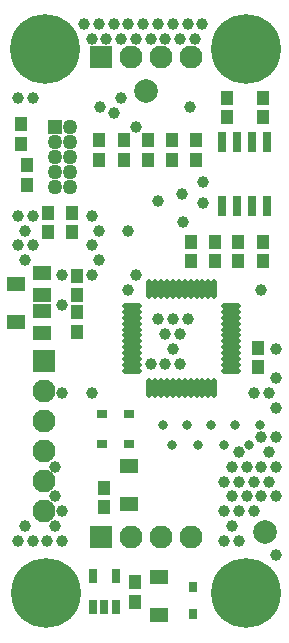
<source format=gbr>
G04*
G04 #@! TF.GenerationSoftware,Altium Limited,Altium Designer,24.5.2 (23)*
G04*
G04 Layer_Color=8388736*
%FSLAX25Y25*%
%MOIN*%
G70*
G04*
G04 #@! TF.SameCoordinates,31991F0E-98CA-4A4E-B794-B5AF52ABA4E1*
G04*
G04*
G04 #@! TF.FilePolarity,Negative*
G04*
G01*
G75*
%ADD27R,0.02762X0.03353*%
%ADD28R,0.03353X0.02762*%
%ADD29R,0.04337X0.04731*%
%ADD30R,0.02962X0.06702*%
G04:AMPARAMS|DCode=31|XSize=64.69mil|YSize=19.02mil|CornerRadius=5.38mil|HoleSize=0mil|Usage=FLASHONLY|Rotation=0.000|XOffset=0mil|YOffset=0mil|HoleType=Round|Shape=RoundedRectangle|*
%AMROUNDEDRECTD31*
21,1,0.06469,0.00827,0,0,0.0*
21,1,0.05394,0.01902,0,0,0.0*
1,1,0.01076,0.02697,-0.00413*
1,1,0.01076,-0.02697,-0.00413*
1,1,0.01076,-0.02697,0.00413*
1,1,0.01076,0.02697,0.00413*
%
%ADD31ROUNDEDRECTD31*%
G04:AMPARAMS|DCode=32|XSize=19.02mil|YSize=64.69mil|CornerRadius=5.38mil|HoleSize=0mil|Usage=FLASHONLY|Rotation=0.000|XOffset=0mil|YOffset=0mil|HoleType=Round|Shape=RoundedRectangle|*
%AMROUNDEDRECTD32*
21,1,0.01902,0.05394,0,0,0.0*
21,1,0.00827,0.06469,0,0,0.0*
1,1,0.01076,0.00413,-0.02697*
1,1,0.01076,-0.00413,-0.02697*
1,1,0.01076,-0.00413,0.02697*
1,1,0.01076,0.00413,0.02697*
%
%ADD32ROUNDEDRECTD32*%
%ADD33C,0.03162*%
%ADD34C,0.03950*%
%ADD35R,0.06112X0.04931*%
%ADD36R,0.02913X0.05079*%
%ADD37C,0.07874*%
%ADD38R,0.06312X0.04737*%
%ADD39C,0.23241*%
%ADD40R,0.07690X0.07690*%
%ADD41C,0.07690*%
%ADD42R,0.07690X0.07690*%
%ADD43C,0.05000*%
%ADD44R,0.05000X0.05000*%
D27*
X63200Y15831D02*
D03*
Y6769D02*
D03*
D28*
X41631Y63300D02*
D03*
X32569D02*
D03*
X41631Y73400D02*
D03*
X32569D02*
D03*
D29*
X74314Y178848D02*
D03*
Y172352D02*
D03*
X86286Y130748D02*
D03*
Y124252D02*
D03*
X70314Y130748D02*
D03*
Y124252D02*
D03*
X22721Y134009D02*
D03*
Y140505D02*
D03*
X14674Y134009D02*
D03*
Y140505D02*
D03*
X62300Y130748D02*
D03*
Y124252D02*
D03*
X56174Y164679D02*
D03*
Y158183D02*
D03*
X5674Y163490D02*
D03*
Y169986D02*
D03*
X7674Y156286D02*
D03*
Y149790D02*
D03*
X31774Y164679D02*
D03*
Y158183D02*
D03*
X40074Y164679D02*
D03*
Y158183D02*
D03*
X48174Y164679D02*
D03*
Y158183D02*
D03*
X64174Y164679D02*
D03*
Y158183D02*
D03*
X78200Y124252D02*
D03*
Y130748D02*
D03*
X84700Y89052D02*
D03*
Y95548D02*
D03*
X86286Y172352D02*
D03*
Y178848D02*
D03*
X33386Y48841D02*
D03*
Y42344D02*
D03*
X43800Y17255D02*
D03*
Y10759D02*
D03*
X24500Y119548D02*
D03*
Y113052D02*
D03*
Y107348D02*
D03*
Y100852D02*
D03*
D30*
X72800Y142770D02*
D03*
X77800D02*
D03*
X82800D02*
D03*
X87800D02*
D03*
X72800Y164030D02*
D03*
X77800D02*
D03*
X82800D02*
D03*
X87800D02*
D03*
D31*
X75774Y109399D02*
D03*
Y107431D02*
D03*
Y105462D02*
D03*
Y103494D02*
D03*
Y101525D02*
D03*
Y99557D02*
D03*
Y97588D02*
D03*
Y95620D02*
D03*
Y93651D02*
D03*
Y91683D02*
D03*
Y89714D02*
D03*
Y87746D02*
D03*
X42821D02*
D03*
Y89714D02*
D03*
Y91683D02*
D03*
Y93651D02*
D03*
Y95620D02*
D03*
Y97588D02*
D03*
Y99557D02*
D03*
Y101525D02*
D03*
Y103494D02*
D03*
Y105462D02*
D03*
Y107431D02*
D03*
Y109399D02*
D03*
D32*
X48471Y115049D02*
D03*
X50439D02*
D03*
X52408D02*
D03*
X54376D02*
D03*
X56345D02*
D03*
X58313D02*
D03*
X60282D02*
D03*
X62250D02*
D03*
X64219D02*
D03*
X66187D02*
D03*
X68156D02*
D03*
X70124D02*
D03*
Y82096D02*
D03*
X68156D02*
D03*
X66187D02*
D03*
X64219D02*
D03*
X62250D02*
D03*
X60282D02*
D03*
X58313D02*
D03*
X56345D02*
D03*
X54376D02*
D03*
X52408D02*
D03*
X50439D02*
D03*
X48471D02*
D03*
D33*
X52900Y69800D02*
D03*
X56100Y63000D02*
D03*
X64667D02*
D03*
X73233D02*
D03*
X61000Y69800D02*
D03*
X69100D02*
D03*
X77200D02*
D03*
X85300D02*
D03*
X81800Y63000D02*
D03*
D34*
X62196Y175600D02*
D03*
X32196D02*
D03*
X59500Y146800D02*
D03*
X59600Y137300D02*
D03*
X66500Y143600D02*
D03*
Y150700D02*
D03*
X29232Y198461D02*
D03*
X26772Y203382D02*
D03*
X90748Y95114D02*
D03*
Y85272D02*
D03*
X88287Y80350D02*
D03*
X90748Y75429D02*
D03*
Y65587D02*
D03*
X88287Y60665D02*
D03*
X90748Y55744D02*
D03*
X88287Y50823D02*
D03*
X90748Y45902D02*
D03*
Y26217D02*
D03*
X85827Y114799D02*
D03*
X83366Y80350D02*
D03*
X85827Y65587D02*
D03*
Y55744D02*
D03*
X83366Y50823D02*
D03*
X85827Y45902D02*
D03*
X83366Y40980D02*
D03*
X78445Y60665D02*
D03*
X80905Y55744D02*
D03*
X78445Y50823D02*
D03*
X80905Y45902D02*
D03*
X78445Y40980D02*
D03*
Y31138D02*
D03*
X75984Y55744D02*
D03*
X73524Y50823D02*
D03*
X75984Y45902D02*
D03*
X73524Y40980D02*
D03*
X75984Y36059D02*
D03*
X73524Y31138D02*
D03*
X66142Y203382D02*
D03*
X63681Y198461D02*
D03*
X61221Y203382D02*
D03*
X58760Y198461D02*
D03*
X61221Y104957D02*
D03*
X58760Y100035D02*
D03*
Y90193D02*
D03*
X56299Y203382D02*
D03*
X53839Y198461D02*
D03*
X56299Y104957D02*
D03*
X53839Y100035D02*
D03*
X56299Y95114D02*
D03*
X53839Y90193D02*
D03*
X51378Y203382D02*
D03*
X48917Y198461D02*
D03*
X51378Y144327D02*
D03*
Y104957D02*
D03*
X48917Y90193D02*
D03*
X46457Y203382D02*
D03*
X43996Y198461D02*
D03*
Y168933D02*
D03*
Y119720D02*
D03*
X41535Y203382D02*
D03*
X39075Y198461D02*
D03*
Y178776D02*
D03*
X41535Y134484D02*
D03*
Y114799D02*
D03*
X36614Y203382D02*
D03*
X34154Y198461D02*
D03*
X36614Y173854D02*
D03*
X31693Y203382D02*
D03*
X29232Y139406D02*
D03*
X31693Y134484D02*
D03*
X29232Y129563D02*
D03*
X31693Y124642D02*
D03*
X29232Y119720D02*
D03*
Y80350D02*
D03*
X19390Y119720D02*
D03*
Y109878D02*
D03*
Y80350D02*
D03*
Y40980D02*
D03*
Y31138D02*
D03*
X16929Y55744D02*
D03*
Y45902D02*
D03*
Y36059D02*
D03*
X14469Y31138D02*
D03*
X9547Y178776D02*
D03*
Y139406D02*
D03*
Y129563D02*
D03*
Y31138D02*
D03*
X4626Y178776D02*
D03*
Y139406D02*
D03*
X7087Y134484D02*
D03*
X4626Y129563D02*
D03*
X7087Y124642D02*
D03*
Y36059D02*
D03*
X4626Y31138D02*
D03*
D35*
X41857Y43481D02*
D03*
Y56080D02*
D03*
X51800Y6396D02*
D03*
Y18994D02*
D03*
D36*
X29760Y19218D02*
D03*
X37240D02*
D03*
Y8982D02*
D03*
X33500D02*
D03*
X29760D02*
D03*
D37*
X87126Y34087D02*
D03*
X47226Y181000D02*
D03*
D38*
X12824Y100260D02*
D03*
Y107740D02*
D03*
X4162Y104000D02*
D03*
X12824Y113060D02*
D03*
Y120540D02*
D03*
X4162Y116800D02*
D03*
D39*
X13780Y194882D02*
D03*
X14028Y13780D02*
D03*
X80709D02*
D03*
Y194882D02*
D03*
D40*
X13400Y91000D02*
D03*
D41*
Y81000D02*
D03*
Y71000D02*
D03*
Y61000D02*
D03*
Y51000D02*
D03*
Y41000D02*
D03*
X62244Y192488D02*
D03*
X52244D02*
D03*
X42244D02*
D03*
Y32488D02*
D03*
X52244D02*
D03*
X62244D02*
D03*
D42*
X32244Y192488D02*
D03*
Y32488D02*
D03*
D43*
X21971Y159088D02*
D03*
X16971D02*
D03*
Y164088D02*
D03*
Y154088D02*
D03*
Y149088D02*
D03*
X21971Y154088D02*
D03*
Y149088D02*
D03*
Y164088D02*
D03*
Y169088D02*
D03*
D44*
X16971D02*
D03*
M02*

</source>
